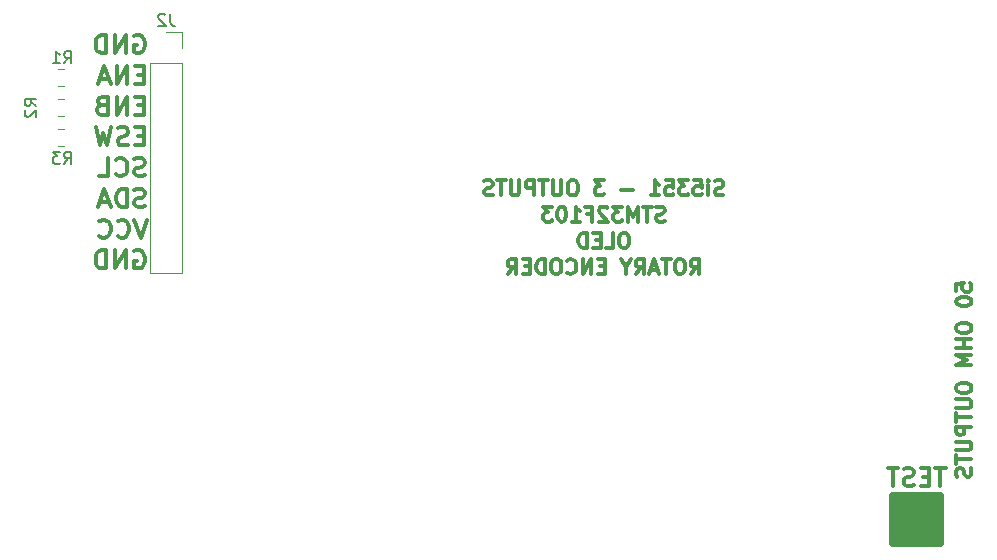
<source format=gbr>
G04 #@! TF.GenerationSoftware,KiCad,Pcbnew,(5.1.5)-3*
G04 #@! TF.CreationDate,2020-10-17T15:18:02-04:00*
G04 #@! TF.ProjectId,VFO-002,56464f2d-3030-4322-9e6b-696361645f70,1*
G04 #@! TF.SameCoordinates,Original*
G04 #@! TF.FileFunction,Legend,Bot*
G04 #@! TF.FilePolarity,Positive*
%FSLAX46Y46*%
G04 Gerber Fmt 4.6, Leading zero omitted, Abs format (unit mm)*
G04 Created by KiCad (PCBNEW (5.1.5)-3) date 2020-10-17 15:18:02*
%MOMM*%
%LPD*%
G04 APERTURE LIST*
%ADD10C,0.317500*%
%ADD11C,0.120000*%
%ADD12C,0.650000*%
%ADD13C,0.150000*%
%ADD14C,0.304800*%
G04 APERTURE END LIST*
D10*
X171054523Y-95520714D02*
X171054523Y-94915952D01*
X171659285Y-94855476D01*
X171598809Y-94915952D01*
X171538333Y-95036904D01*
X171538333Y-95339285D01*
X171598809Y-95460238D01*
X171659285Y-95520714D01*
X171780238Y-95581190D01*
X172082619Y-95581190D01*
X172203571Y-95520714D01*
X172264047Y-95460238D01*
X172324523Y-95339285D01*
X172324523Y-95036904D01*
X172264047Y-94915952D01*
X172203571Y-94855476D01*
X171054523Y-96367380D02*
X171054523Y-96488333D01*
X171115000Y-96609285D01*
X171175476Y-96669761D01*
X171296428Y-96730238D01*
X171538333Y-96790714D01*
X171840714Y-96790714D01*
X172082619Y-96730238D01*
X172203571Y-96669761D01*
X172264047Y-96609285D01*
X172324523Y-96488333D01*
X172324523Y-96367380D01*
X172264047Y-96246428D01*
X172203571Y-96185952D01*
X172082619Y-96125476D01*
X171840714Y-96065000D01*
X171538333Y-96065000D01*
X171296428Y-96125476D01*
X171175476Y-96185952D01*
X171115000Y-96246428D01*
X171054523Y-96367380D01*
X171054523Y-98544523D02*
X171054523Y-98786428D01*
X171115000Y-98907380D01*
X171235952Y-99028333D01*
X171477857Y-99088809D01*
X171901190Y-99088809D01*
X172143095Y-99028333D01*
X172264047Y-98907380D01*
X172324523Y-98786428D01*
X172324523Y-98544523D01*
X172264047Y-98423571D01*
X172143095Y-98302619D01*
X171901190Y-98242142D01*
X171477857Y-98242142D01*
X171235952Y-98302619D01*
X171115000Y-98423571D01*
X171054523Y-98544523D01*
X172324523Y-99633095D02*
X171054523Y-99633095D01*
X171659285Y-99633095D02*
X171659285Y-100358809D01*
X172324523Y-100358809D02*
X171054523Y-100358809D01*
X172324523Y-100963571D02*
X171054523Y-100963571D01*
X171961666Y-101386904D01*
X171054523Y-101810238D01*
X172324523Y-101810238D01*
X171054523Y-103624523D02*
X171054523Y-103866428D01*
X171115000Y-103987380D01*
X171235952Y-104108333D01*
X171477857Y-104168809D01*
X171901190Y-104168809D01*
X172143095Y-104108333D01*
X172264047Y-103987380D01*
X172324523Y-103866428D01*
X172324523Y-103624523D01*
X172264047Y-103503571D01*
X172143095Y-103382619D01*
X171901190Y-103322142D01*
X171477857Y-103322142D01*
X171235952Y-103382619D01*
X171115000Y-103503571D01*
X171054523Y-103624523D01*
X171054523Y-104713095D02*
X172082619Y-104713095D01*
X172203571Y-104773571D01*
X172264047Y-104834047D01*
X172324523Y-104955000D01*
X172324523Y-105196904D01*
X172264047Y-105317857D01*
X172203571Y-105378333D01*
X172082619Y-105438809D01*
X171054523Y-105438809D01*
X171054523Y-105862142D02*
X171054523Y-106587857D01*
X172324523Y-106225000D02*
X171054523Y-106225000D01*
X172324523Y-107011190D02*
X171054523Y-107011190D01*
X171054523Y-107495000D01*
X171115000Y-107615952D01*
X171175476Y-107676428D01*
X171296428Y-107736904D01*
X171477857Y-107736904D01*
X171598809Y-107676428D01*
X171659285Y-107615952D01*
X171719761Y-107495000D01*
X171719761Y-107011190D01*
X171054523Y-108281190D02*
X172082619Y-108281190D01*
X172203571Y-108341666D01*
X172264047Y-108402142D01*
X172324523Y-108523095D01*
X172324523Y-108765000D01*
X172264047Y-108885952D01*
X172203571Y-108946428D01*
X172082619Y-109006904D01*
X171054523Y-109006904D01*
X171054523Y-109430238D02*
X171054523Y-110155952D01*
X172324523Y-109793095D02*
X171054523Y-109793095D01*
X172264047Y-110518809D02*
X172324523Y-110700238D01*
X172324523Y-111002619D01*
X172264047Y-111123571D01*
X172203571Y-111184047D01*
X172082619Y-111244523D01*
X171961666Y-111244523D01*
X171840714Y-111184047D01*
X171780238Y-111123571D01*
X171719761Y-111002619D01*
X171659285Y-110760714D01*
X171598809Y-110639761D01*
X171538333Y-110579285D01*
X171417380Y-110518809D01*
X171296428Y-110518809D01*
X171175476Y-110579285D01*
X171115000Y-110639761D01*
X171054523Y-110760714D01*
X171054523Y-111063095D01*
X171115000Y-111244523D01*
X101463777Y-73945750D02*
X101613758Y-73873178D01*
X101838729Y-73873178D01*
X102063701Y-73945750D01*
X102213682Y-74090892D01*
X102288672Y-74236035D01*
X102363663Y-74526321D01*
X102363663Y-74744035D01*
X102288672Y-75034321D01*
X102213682Y-75179464D01*
X102063701Y-75324607D01*
X101838729Y-75397178D01*
X101688748Y-75397178D01*
X101463777Y-75324607D01*
X101388786Y-75252035D01*
X101388786Y-74744035D01*
X101688748Y-74744035D01*
X100713872Y-75397178D02*
X100713872Y-73873178D01*
X99813986Y-75397178D01*
X99813986Y-73873178D01*
X99064082Y-75397178D02*
X99064082Y-73873178D01*
X98689129Y-73873178D01*
X98464158Y-73945750D01*
X98314177Y-74090892D01*
X98239186Y-74236035D01*
X98164196Y-74526321D01*
X98164196Y-74744035D01*
X98239186Y-75034321D01*
X98314177Y-75179464D01*
X98464158Y-75324607D01*
X98689129Y-75397178D01*
X99064082Y-75397178D01*
X102288672Y-77202392D02*
X101763739Y-77202392D01*
X101538767Y-78000678D02*
X102288672Y-78000678D01*
X102288672Y-76476678D01*
X101538767Y-76476678D01*
X100863853Y-78000678D02*
X100863853Y-76476678D01*
X99963967Y-78000678D01*
X99963967Y-76476678D01*
X99289053Y-77565250D02*
X98539148Y-77565250D01*
X99439034Y-78000678D02*
X98914101Y-76476678D01*
X98389167Y-78000678D01*
X102288672Y-79805892D02*
X101763739Y-79805892D01*
X101538767Y-80604178D02*
X102288672Y-80604178D01*
X102288672Y-79080178D01*
X101538767Y-79080178D01*
X100863853Y-80604178D02*
X100863853Y-79080178D01*
X99963967Y-80604178D01*
X99963967Y-79080178D01*
X98689129Y-79805892D02*
X98464158Y-79878464D01*
X98389167Y-79951035D01*
X98314177Y-80096178D01*
X98314177Y-80313892D01*
X98389167Y-80459035D01*
X98464158Y-80531607D01*
X98614139Y-80604178D01*
X99214063Y-80604178D01*
X99214063Y-79080178D01*
X98689129Y-79080178D01*
X98539148Y-79152750D01*
X98464158Y-79225321D01*
X98389167Y-79370464D01*
X98389167Y-79515607D01*
X98464158Y-79660750D01*
X98539148Y-79733321D01*
X98689129Y-79805892D01*
X99214063Y-79805892D01*
X102288672Y-82409392D02*
X101763739Y-82409392D01*
X101538767Y-83207678D02*
X102288672Y-83207678D01*
X102288672Y-81683678D01*
X101538767Y-81683678D01*
X100938844Y-83135107D02*
X100713872Y-83207678D01*
X100338920Y-83207678D01*
X100188939Y-83135107D01*
X100113948Y-83062535D01*
X100038958Y-82917392D01*
X100038958Y-82772250D01*
X100113948Y-82627107D01*
X100188939Y-82554535D01*
X100338920Y-82481964D01*
X100638882Y-82409392D01*
X100788863Y-82336821D01*
X100863853Y-82264250D01*
X100938844Y-82119107D01*
X100938844Y-81973964D01*
X100863853Y-81828821D01*
X100788863Y-81756250D01*
X100638882Y-81683678D01*
X100263929Y-81683678D01*
X100038958Y-81756250D01*
X99514025Y-81683678D02*
X99139072Y-83207678D01*
X98839110Y-82119107D01*
X98539148Y-83207678D01*
X98164196Y-81683678D01*
X102363663Y-85738607D02*
X102138691Y-85811178D01*
X101763739Y-85811178D01*
X101613758Y-85738607D01*
X101538767Y-85666035D01*
X101463777Y-85520892D01*
X101463777Y-85375750D01*
X101538767Y-85230607D01*
X101613758Y-85158035D01*
X101763739Y-85085464D01*
X102063701Y-85012892D01*
X102213682Y-84940321D01*
X102288672Y-84867750D01*
X102363663Y-84722607D01*
X102363663Y-84577464D01*
X102288672Y-84432321D01*
X102213682Y-84359750D01*
X102063701Y-84287178D01*
X101688748Y-84287178D01*
X101463777Y-84359750D01*
X99888977Y-85666035D02*
X99963967Y-85738607D01*
X100188939Y-85811178D01*
X100338920Y-85811178D01*
X100563891Y-85738607D01*
X100713872Y-85593464D01*
X100788863Y-85448321D01*
X100863853Y-85158035D01*
X100863853Y-84940321D01*
X100788863Y-84650035D01*
X100713872Y-84504892D01*
X100563891Y-84359750D01*
X100338920Y-84287178D01*
X100188939Y-84287178D01*
X99963967Y-84359750D01*
X99888977Y-84432321D01*
X98464158Y-85811178D02*
X99214063Y-85811178D01*
X99214063Y-84287178D01*
X102363663Y-88342107D02*
X102138691Y-88414678D01*
X101763739Y-88414678D01*
X101613758Y-88342107D01*
X101538767Y-88269535D01*
X101463777Y-88124392D01*
X101463777Y-87979250D01*
X101538767Y-87834107D01*
X101613758Y-87761535D01*
X101763739Y-87688964D01*
X102063701Y-87616392D01*
X102213682Y-87543821D01*
X102288672Y-87471250D01*
X102363663Y-87326107D01*
X102363663Y-87180964D01*
X102288672Y-87035821D01*
X102213682Y-86963250D01*
X102063701Y-86890678D01*
X101688748Y-86890678D01*
X101463777Y-86963250D01*
X100788863Y-88414678D02*
X100788863Y-86890678D01*
X100413910Y-86890678D01*
X100188939Y-86963250D01*
X100038958Y-87108392D01*
X99963967Y-87253535D01*
X99888977Y-87543821D01*
X99888977Y-87761535D01*
X99963967Y-88051821D01*
X100038958Y-88196964D01*
X100188939Y-88342107D01*
X100413910Y-88414678D01*
X100788863Y-88414678D01*
X99289053Y-87979250D02*
X98539148Y-87979250D01*
X99439034Y-88414678D02*
X98914101Y-86890678D01*
X98389167Y-88414678D01*
X102513644Y-89494178D02*
X101988710Y-91018178D01*
X101463777Y-89494178D01*
X100038958Y-90873035D02*
X100113948Y-90945607D01*
X100338920Y-91018178D01*
X100488901Y-91018178D01*
X100713872Y-90945607D01*
X100863853Y-90800464D01*
X100938844Y-90655321D01*
X101013834Y-90365035D01*
X101013834Y-90147321D01*
X100938844Y-89857035D01*
X100863853Y-89711892D01*
X100713872Y-89566750D01*
X100488901Y-89494178D01*
X100338920Y-89494178D01*
X100113948Y-89566750D01*
X100038958Y-89639321D01*
X98464158Y-90873035D02*
X98539148Y-90945607D01*
X98764120Y-91018178D01*
X98914101Y-91018178D01*
X99139072Y-90945607D01*
X99289053Y-90800464D01*
X99364044Y-90655321D01*
X99439034Y-90365035D01*
X99439034Y-90147321D01*
X99364044Y-89857035D01*
X99289053Y-89711892D01*
X99139072Y-89566750D01*
X98914101Y-89494178D01*
X98764120Y-89494178D01*
X98539148Y-89566750D01*
X98464158Y-89639321D01*
X101463777Y-92170250D02*
X101613758Y-92097678D01*
X101838729Y-92097678D01*
X102063701Y-92170250D01*
X102213682Y-92315392D01*
X102288672Y-92460535D01*
X102363663Y-92750821D01*
X102363663Y-92968535D01*
X102288672Y-93258821D01*
X102213682Y-93403964D01*
X102063701Y-93549107D01*
X101838729Y-93621678D01*
X101688748Y-93621678D01*
X101463777Y-93549107D01*
X101388786Y-93476535D01*
X101388786Y-92968535D01*
X101688748Y-92968535D01*
X100713872Y-93621678D02*
X100713872Y-92097678D01*
X99813986Y-93621678D01*
X99813986Y-92097678D01*
X99064082Y-93621678D02*
X99064082Y-92097678D01*
X98689129Y-92097678D01*
X98464158Y-92170250D01*
X98314177Y-92315392D01*
X98239186Y-92460535D01*
X98164196Y-92750821D01*
X98164196Y-92968535D01*
X98239186Y-93258821D01*
X98314177Y-93403964D01*
X98464158Y-93549107D01*
X98689129Y-93621678D01*
X99064082Y-93621678D01*
X151329761Y-87380297D02*
X151148333Y-87440773D01*
X150845952Y-87440773D01*
X150725000Y-87380297D01*
X150664523Y-87319821D01*
X150604047Y-87198869D01*
X150604047Y-87077916D01*
X150664523Y-86956964D01*
X150725000Y-86896488D01*
X150845952Y-86836011D01*
X151087857Y-86775535D01*
X151208809Y-86715059D01*
X151269285Y-86654583D01*
X151329761Y-86533630D01*
X151329761Y-86412678D01*
X151269285Y-86291726D01*
X151208809Y-86231250D01*
X151087857Y-86170773D01*
X150785476Y-86170773D01*
X150604047Y-86231250D01*
X150059761Y-87440773D02*
X150059761Y-86594107D01*
X150059761Y-86170773D02*
X150120238Y-86231250D01*
X150059761Y-86291726D01*
X149999285Y-86231250D01*
X150059761Y-86170773D01*
X150059761Y-86291726D01*
X148850238Y-86170773D02*
X149455000Y-86170773D01*
X149515476Y-86775535D01*
X149455000Y-86715059D01*
X149334047Y-86654583D01*
X149031666Y-86654583D01*
X148910714Y-86715059D01*
X148850238Y-86775535D01*
X148789761Y-86896488D01*
X148789761Y-87198869D01*
X148850238Y-87319821D01*
X148910714Y-87380297D01*
X149031666Y-87440773D01*
X149334047Y-87440773D01*
X149455000Y-87380297D01*
X149515476Y-87319821D01*
X148366428Y-86170773D02*
X147580238Y-86170773D01*
X148003571Y-86654583D01*
X147822142Y-86654583D01*
X147701190Y-86715059D01*
X147640714Y-86775535D01*
X147580238Y-86896488D01*
X147580238Y-87198869D01*
X147640714Y-87319821D01*
X147701190Y-87380297D01*
X147822142Y-87440773D01*
X148185000Y-87440773D01*
X148305952Y-87380297D01*
X148366428Y-87319821D01*
X146431190Y-86170773D02*
X147035952Y-86170773D01*
X147096428Y-86775535D01*
X147035952Y-86715059D01*
X146915000Y-86654583D01*
X146612619Y-86654583D01*
X146491666Y-86715059D01*
X146431190Y-86775535D01*
X146370714Y-86896488D01*
X146370714Y-87198869D01*
X146431190Y-87319821D01*
X146491666Y-87380297D01*
X146612619Y-87440773D01*
X146915000Y-87440773D01*
X147035952Y-87380297D01*
X147096428Y-87319821D01*
X145161190Y-87440773D02*
X145886904Y-87440773D01*
X145524047Y-87440773D02*
X145524047Y-86170773D01*
X145645000Y-86352202D01*
X145765952Y-86473154D01*
X145886904Y-86533630D01*
X143649285Y-86956964D02*
X142681666Y-86956964D01*
X141230238Y-86170773D02*
X140444047Y-86170773D01*
X140867380Y-86654583D01*
X140685952Y-86654583D01*
X140565000Y-86715059D01*
X140504523Y-86775535D01*
X140444047Y-86896488D01*
X140444047Y-87198869D01*
X140504523Y-87319821D01*
X140565000Y-87380297D01*
X140685952Y-87440773D01*
X141048809Y-87440773D01*
X141169761Y-87380297D01*
X141230238Y-87319821D01*
X138690238Y-86170773D02*
X138448333Y-86170773D01*
X138327380Y-86231250D01*
X138206428Y-86352202D01*
X138145952Y-86594107D01*
X138145952Y-87017440D01*
X138206428Y-87259345D01*
X138327380Y-87380297D01*
X138448333Y-87440773D01*
X138690238Y-87440773D01*
X138811190Y-87380297D01*
X138932142Y-87259345D01*
X138992619Y-87017440D01*
X138992619Y-86594107D01*
X138932142Y-86352202D01*
X138811190Y-86231250D01*
X138690238Y-86170773D01*
X137601666Y-86170773D02*
X137601666Y-87198869D01*
X137541190Y-87319821D01*
X137480714Y-87380297D01*
X137359761Y-87440773D01*
X137117857Y-87440773D01*
X136996904Y-87380297D01*
X136936428Y-87319821D01*
X136875952Y-87198869D01*
X136875952Y-86170773D01*
X136452619Y-86170773D02*
X135726904Y-86170773D01*
X136089761Y-87440773D02*
X136089761Y-86170773D01*
X135303571Y-87440773D02*
X135303571Y-86170773D01*
X134819761Y-86170773D01*
X134698809Y-86231250D01*
X134638333Y-86291726D01*
X134577857Y-86412678D01*
X134577857Y-86594107D01*
X134638333Y-86715059D01*
X134698809Y-86775535D01*
X134819761Y-86836011D01*
X135303571Y-86836011D01*
X134033571Y-86170773D02*
X134033571Y-87198869D01*
X133973095Y-87319821D01*
X133912619Y-87380297D01*
X133791666Y-87440773D01*
X133549761Y-87440773D01*
X133428809Y-87380297D01*
X133368333Y-87319821D01*
X133307857Y-87198869D01*
X133307857Y-86170773D01*
X132884523Y-86170773D02*
X132158809Y-86170773D01*
X132521666Y-87440773D02*
X132521666Y-86170773D01*
X131795952Y-87380297D02*
X131614523Y-87440773D01*
X131312142Y-87440773D01*
X131191190Y-87380297D01*
X131130714Y-87319821D01*
X131070238Y-87198869D01*
X131070238Y-87077916D01*
X131130714Y-86956964D01*
X131191190Y-86896488D01*
X131312142Y-86836011D01*
X131554047Y-86775535D01*
X131675000Y-86715059D01*
X131735476Y-86654583D01*
X131795952Y-86533630D01*
X131795952Y-86412678D01*
X131735476Y-86291726D01*
X131675000Y-86231250D01*
X131554047Y-86170773D01*
X131251666Y-86170773D01*
X131070238Y-86231250D01*
X146340476Y-89602797D02*
X146159047Y-89663273D01*
X145856666Y-89663273D01*
X145735714Y-89602797D01*
X145675238Y-89542321D01*
X145614761Y-89421369D01*
X145614761Y-89300416D01*
X145675238Y-89179464D01*
X145735714Y-89118988D01*
X145856666Y-89058511D01*
X146098571Y-88998035D01*
X146219523Y-88937559D01*
X146280000Y-88877083D01*
X146340476Y-88756130D01*
X146340476Y-88635178D01*
X146280000Y-88514226D01*
X146219523Y-88453750D01*
X146098571Y-88393273D01*
X145796190Y-88393273D01*
X145614761Y-88453750D01*
X145251904Y-88393273D02*
X144526190Y-88393273D01*
X144889047Y-89663273D02*
X144889047Y-88393273D01*
X144102857Y-89663273D02*
X144102857Y-88393273D01*
X143679523Y-89300416D01*
X143256190Y-88393273D01*
X143256190Y-89663273D01*
X142772380Y-88393273D02*
X141986190Y-88393273D01*
X142409523Y-88877083D01*
X142228095Y-88877083D01*
X142107142Y-88937559D01*
X142046666Y-88998035D01*
X141986190Y-89118988D01*
X141986190Y-89421369D01*
X142046666Y-89542321D01*
X142107142Y-89602797D01*
X142228095Y-89663273D01*
X142590952Y-89663273D01*
X142711904Y-89602797D01*
X142772380Y-89542321D01*
X141502380Y-88514226D02*
X141441904Y-88453750D01*
X141320952Y-88393273D01*
X141018571Y-88393273D01*
X140897619Y-88453750D01*
X140837142Y-88514226D01*
X140776666Y-88635178D01*
X140776666Y-88756130D01*
X140837142Y-88937559D01*
X141562857Y-89663273D01*
X140776666Y-89663273D01*
X139809047Y-88998035D02*
X140232380Y-88998035D01*
X140232380Y-89663273D02*
X140232380Y-88393273D01*
X139627619Y-88393273D01*
X138478571Y-89663273D02*
X139204285Y-89663273D01*
X138841428Y-89663273D02*
X138841428Y-88393273D01*
X138962380Y-88574702D01*
X139083333Y-88695654D01*
X139204285Y-88756130D01*
X137692380Y-88393273D02*
X137571428Y-88393273D01*
X137450476Y-88453750D01*
X137390000Y-88514226D01*
X137329523Y-88635178D01*
X137269047Y-88877083D01*
X137269047Y-89179464D01*
X137329523Y-89421369D01*
X137390000Y-89542321D01*
X137450476Y-89602797D01*
X137571428Y-89663273D01*
X137692380Y-89663273D01*
X137813333Y-89602797D01*
X137873809Y-89542321D01*
X137934285Y-89421369D01*
X137994761Y-89179464D01*
X137994761Y-88877083D01*
X137934285Y-88635178D01*
X137873809Y-88514226D01*
X137813333Y-88453750D01*
X137692380Y-88393273D01*
X136845714Y-88393273D02*
X136059523Y-88393273D01*
X136482857Y-88877083D01*
X136301428Y-88877083D01*
X136180476Y-88937559D01*
X136120000Y-88998035D01*
X136059523Y-89118988D01*
X136059523Y-89421369D01*
X136120000Y-89542321D01*
X136180476Y-89602797D01*
X136301428Y-89663273D01*
X136664285Y-89663273D01*
X136785238Y-89602797D01*
X136845714Y-89542321D01*
X143044523Y-90615773D02*
X142802619Y-90615773D01*
X142681666Y-90676250D01*
X142560714Y-90797202D01*
X142500238Y-91039107D01*
X142500238Y-91462440D01*
X142560714Y-91704345D01*
X142681666Y-91825297D01*
X142802619Y-91885773D01*
X143044523Y-91885773D01*
X143165476Y-91825297D01*
X143286428Y-91704345D01*
X143346904Y-91462440D01*
X143346904Y-91039107D01*
X143286428Y-90797202D01*
X143165476Y-90676250D01*
X143044523Y-90615773D01*
X141351190Y-91885773D02*
X141955952Y-91885773D01*
X141955952Y-90615773D01*
X140927857Y-91220535D02*
X140504523Y-91220535D01*
X140323095Y-91885773D02*
X140927857Y-91885773D01*
X140927857Y-90615773D01*
X140323095Y-90615773D01*
X139778809Y-91885773D02*
X139778809Y-90615773D01*
X139476428Y-90615773D01*
X139295000Y-90676250D01*
X139174047Y-90797202D01*
X139113571Y-90918154D01*
X139053095Y-91160059D01*
X139053095Y-91341488D01*
X139113571Y-91583392D01*
X139174047Y-91704345D01*
X139295000Y-91825297D01*
X139476428Y-91885773D01*
X139778809Y-91885773D01*
X148547857Y-94108273D02*
X148971190Y-93503511D01*
X149273571Y-94108273D02*
X149273571Y-92838273D01*
X148789761Y-92838273D01*
X148668809Y-92898750D01*
X148608333Y-92959226D01*
X148547857Y-93080178D01*
X148547857Y-93261607D01*
X148608333Y-93382559D01*
X148668809Y-93443035D01*
X148789761Y-93503511D01*
X149273571Y-93503511D01*
X147761666Y-92838273D02*
X147519761Y-92838273D01*
X147398809Y-92898750D01*
X147277857Y-93019702D01*
X147217380Y-93261607D01*
X147217380Y-93684940D01*
X147277857Y-93926845D01*
X147398809Y-94047797D01*
X147519761Y-94108273D01*
X147761666Y-94108273D01*
X147882619Y-94047797D01*
X148003571Y-93926845D01*
X148064047Y-93684940D01*
X148064047Y-93261607D01*
X148003571Y-93019702D01*
X147882619Y-92898750D01*
X147761666Y-92838273D01*
X146854523Y-92838273D02*
X146128809Y-92838273D01*
X146491666Y-94108273D02*
X146491666Y-92838273D01*
X145765952Y-93745416D02*
X145161190Y-93745416D01*
X145886904Y-94108273D02*
X145463571Y-92838273D01*
X145040238Y-94108273D01*
X143891190Y-94108273D02*
X144314523Y-93503511D01*
X144616904Y-94108273D02*
X144616904Y-92838273D01*
X144133095Y-92838273D01*
X144012142Y-92898750D01*
X143951666Y-92959226D01*
X143891190Y-93080178D01*
X143891190Y-93261607D01*
X143951666Y-93382559D01*
X144012142Y-93443035D01*
X144133095Y-93503511D01*
X144616904Y-93503511D01*
X143105000Y-93503511D02*
X143105000Y-94108273D01*
X143528333Y-92838273D02*
X143105000Y-93503511D01*
X142681666Y-92838273D01*
X141290714Y-93443035D02*
X140867380Y-93443035D01*
X140685952Y-94108273D02*
X141290714Y-94108273D01*
X141290714Y-92838273D01*
X140685952Y-92838273D01*
X140141666Y-94108273D02*
X140141666Y-92838273D01*
X139415952Y-94108273D01*
X139415952Y-92838273D01*
X138085476Y-93987321D02*
X138145952Y-94047797D01*
X138327380Y-94108273D01*
X138448333Y-94108273D01*
X138629761Y-94047797D01*
X138750714Y-93926845D01*
X138811190Y-93805892D01*
X138871666Y-93563988D01*
X138871666Y-93382559D01*
X138811190Y-93140654D01*
X138750714Y-93019702D01*
X138629761Y-92898750D01*
X138448333Y-92838273D01*
X138327380Y-92838273D01*
X138145952Y-92898750D01*
X138085476Y-92959226D01*
X137299285Y-92838273D02*
X137057380Y-92838273D01*
X136936428Y-92898750D01*
X136815476Y-93019702D01*
X136755000Y-93261607D01*
X136755000Y-93684940D01*
X136815476Y-93926845D01*
X136936428Y-94047797D01*
X137057380Y-94108273D01*
X137299285Y-94108273D01*
X137420238Y-94047797D01*
X137541190Y-93926845D01*
X137601666Y-93684940D01*
X137601666Y-93261607D01*
X137541190Y-93019702D01*
X137420238Y-92898750D01*
X137299285Y-92838273D01*
X136210714Y-94108273D02*
X136210714Y-92838273D01*
X135908333Y-92838273D01*
X135726904Y-92898750D01*
X135605952Y-93019702D01*
X135545476Y-93140654D01*
X135485000Y-93382559D01*
X135485000Y-93563988D01*
X135545476Y-93805892D01*
X135605952Y-93926845D01*
X135726904Y-94047797D01*
X135908333Y-94108273D01*
X136210714Y-94108273D01*
X134940714Y-93443035D02*
X134517380Y-93443035D01*
X134335952Y-94108273D02*
X134940714Y-94108273D01*
X134940714Y-92838273D01*
X134335952Y-92838273D01*
X133065952Y-94108273D02*
X133489285Y-93503511D01*
X133791666Y-94108273D02*
X133791666Y-92838273D01*
X133307857Y-92838273D01*
X133186904Y-92898750D01*
X133126428Y-92959226D01*
X133065952Y-93080178D01*
X133065952Y-93261607D01*
X133126428Y-93382559D01*
X133186904Y-93443035D01*
X133307857Y-93503511D01*
X133791666Y-93503511D01*
D11*
X94988748Y-79300000D02*
X95511252Y-79300000D01*
X94988748Y-80720000D02*
X95511252Y-80720000D01*
X94988748Y-76760000D02*
X95511252Y-76760000D01*
X94988748Y-78180000D02*
X95511252Y-78180000D01*
X94988748Y-81840000D02*
X95511252Y-81840000D01*
X94988748Y-83260000D02*
X95511252Y-83260000D01*
D12*
X165700000Y-116350000D02*
X169700000Y-116350000D01*
X165700000Y-115850000D02*
X165700000Y-116350000D01*
X169700000Y-115850000D02*
X165700000Y-115850000D01*
X169700000Y-115350000D02*
X169700000Y-115850000D01*
X169200000Y-115350000D02*
X169700000Y-115350000D01*
X165700000Y-115350000D02*
X169200000Y-115350000D01*
X165700000Y-114850000D02*
X165700000Y-115350000D01*
X169700000Y-114850000D02*
X165700000Y-114850000D01*
X169700000Y-114350000D02*
X169700000Y-114850000D01*
X165700000Y-114350000D02*
X169700000Y-114350000D01*
X165700000Y-113850000D02*
X165700000Y-114350000D01*
X169700000Y-113850000D02*
X165700000Y-113850000D01*
X169700000Y-113350000D02*
X169700000Y-113850000D01*
X165700000Y-113350000D02*
X169700000Y-113350000D01*
X165700000Y-112850000D02*
X165700000Y-113350000D01*
X165700000Y-116850000D02*
X165700000Y-112850000D01*
X169700000Y-116850000D02*
X165700000Y-116850000D01*
X169700000Y-112850000D02*
X169700000Y-116850000D01*
X165700000Y-112850000D02*
X169700000Y-112850000D01*
D11*
X105470000Y-73600000D02*
X104140000Y-73600000D01*
X105470000Y-74930000D02*
X105470000Y-73600000D01*
X105470000Y-76200000D02*
X102810000Y-76200000D01*
X102810000Y-76200000D02*
X102810000Y-94040000D01*
X105470000Y-76200000D02*
X105470000Y-94040000D01*
X105470000Y-94040000D02*
X102810000Y-94040000D01*
D13*
X93162380Y-79843333D02*
X92686190Y-79510000D01*
X93162380Y-79271904D02*
X92162380Y-79271904D01*
X92162380Y-79652857D01*
X92210000Y-79748095D01*
X92257619Y-79795714D01*
X92352857Y-79843333D01*
X92495714Y-79843333D01*
X92590952Y-79795714D01*
X92638571Y-79748095D01*
X92686190Y-79652857D01*
X92686190Y-79271904D01*
X92257619Y-80224285D02*
X92210000Y-80271904D01*
X92162380Y-80367142D01*
X92162380Y-80605238D01*
X92210000Y-80700476D01*
X92257619Y-80748095D01*
X92352857Y-80795714D01*
X92448095Y-80795714D01*
X92590952Y-80748095D01*
X93162380Y-80176666D01*
X93162380Y-80795714D01*
X95506666Y-76252380D02*
X95840000Y-75776190D01*
X96078095Y-76252380D02*
X96078095Y-75252380D01*
X95697142Y-75252380D01*
X95601904Y-75300000D01*
X95554285Y-75347619D01*
X95506666Y-75442857D01*
X95506666Y-75585714D01*
X95554285Y-75680952D01*
X95601904Y-75728571D01*
X95697142Y-75776190D01*
X96078095Y-75776190D01*
X94554285Y-76252380D02*
X95125714Y-76252380D01*
X94840000Y-76252380D02*
X94840000Y-75252380D01*
X94935238Y-75395238D01*
X95030476Y-75490476D01*
X95125714Y-75538095D01*
X95506666Y-84752380D02*
X95840000Y-84276190D01*
X96078095Y-84752380D02*
X96078095Y-83752380D01*
X95697142Y-83752380D01*
X95601904Y-83800000D01*
X95554285Y-83847619D01*
X95506666Y-83942857D01*
X95506666Y-84085714D01*
X95554285Y-84180952D01*
X95601904Y-84228571D01*
X95697142Y-84276190D01*
X96078095Y-84276190D01*
X95173333Y-83752380D02*
X94554285Y-83752380D01*
X94887619Y-84133333D01*
X94744761Y-84133333D01*
X94649523Y-84180952D01*
X94601904Y-84228571D01*
X94554285Y-84323809D01*
X94554285Y-84561904D01*
X94601904Y-84657142D01*
X94649523Y-84704761D01*
X94744761Y-84752380D01*
X95030476Y-84752380D01*
X95125714Y-84704761D01*
X95173333Y-84657142D01*
D14*
X170131142Y-110515428D02*
X169260285Y-110515428D01*
X169695714Y-112039428D02*
X169695714Y-110515428D01*
X168752285Y-111241142D02*
X168244285Y-111241142D01*
X168026571Y-112039428D02*
X168752285Y-112039428D01*
X168752285Y-110515428D01*
X168026571Y-110515428D01*
X167446000Y-111966857D02*
X167228285Y-112039428D01*
X166865428Y-112039428D01*
X166720285Y-111966857D01*
X166647714Y-111894285D01*
X166575142Y-111749142D01*
X166575142Y-111604000D01*
X166647714Y-111458857D01*
X166720285Y-111386285D01*
X166865428Y-111313714D01*
X167155714Y-111241142D01*
X167300857Y-111168571D01*
X167373428Y-111096000D01*
X167446000Y-110950857D01*
X167446000Y-110805714D01*
X167373428Y-110660571D01*
X167300857Y-110588000D01*
X167155714Y-110515428D01*
X166792857Y-110515428D01*
X166575142Y-110588000D01*
X166139714Y-110515428D02*
X165268857Y-110515428D01*
X165704285Y-112039428D02*
X165704285Y-110515428D01*
D13*
X104473333Y-72052380D02*
X104473333Y-72766666D01*
X104520952Y-72909523D01*
X104616190Y-73004761D01*
X104759047Y-73052380D01*
X104854285Y-73052380D01*
X104044761Y-72147619D02*
X103997142Y-72100000D01*
X103901904Y-72052380D01*
X103663809Y-72052380D01*
X103568571Y-72100000D01*
X103520952Y-72147619D01*
X103473333Y-72242857D01*
X103473333Y-72338095D01*
X103520952Y-72480952D01*
X104092380Y-73052380D01*
X103473333Y-73052380D01*
M02*

</source>
